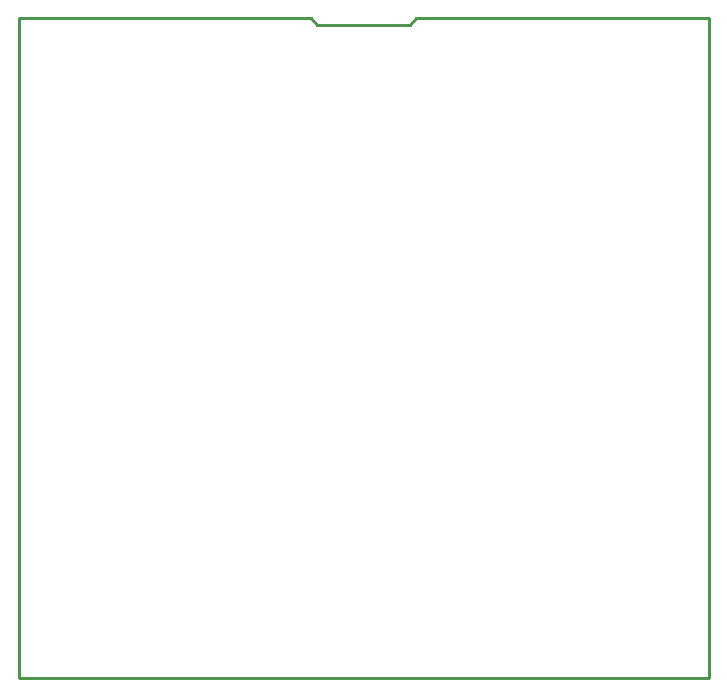
<source format=gbr>
G04 #@! TF.GenerationSoftware,KiCad,Pcbnew,5.1.5+dfsg1-2build2*
G04 #@! TF.CreationDate,2021-07-09T11:51:46+03:00*
G04 #@! TF.ProjectId,STM32WL-DevKit_RevB,53544d33-3257-44c2-9d44-65764b69745f,rev?*
G04 #@! TF.SameCoordinates,Original*
G04 #@! TF.FileFunction,Profile,NP*
%FSLAX46Y46*%
G04 Gerber Fmt 4.6, Leading zero omitted, Abs format (unit mm)*
G04 Created by KiCad (PCBNEW 5.1.5+dfsg1-2build2) date 2021-07-09 11:51:46*
%MOMM*%
%LPD*%
G04 APERTURE LIST*
%ADD10C,0.254000*%
G04 APERTURE END LIST*
D10*
X88265000Y-86360000D02*
X113030000Y-86360000D01*
X87757000Y-86995000D02*
X88265000Y-86360000D01*
X79883000Y-86995000D02*
X87757000Y-86995000D01*
X79375000Y-86360000D02*
X79883000Y-86995000D01*
X113030000Y-86360000D02*
X113030000Y-142240000D01*
X54610000Y-86360000D02*
X79375000Y-86360000D01*
X54610000Y-142240000D02*
X54610000Y-86360000D01*
X113030000Y-142240000D02*
X54610000Y-142240000D01*
M02*

</source>
